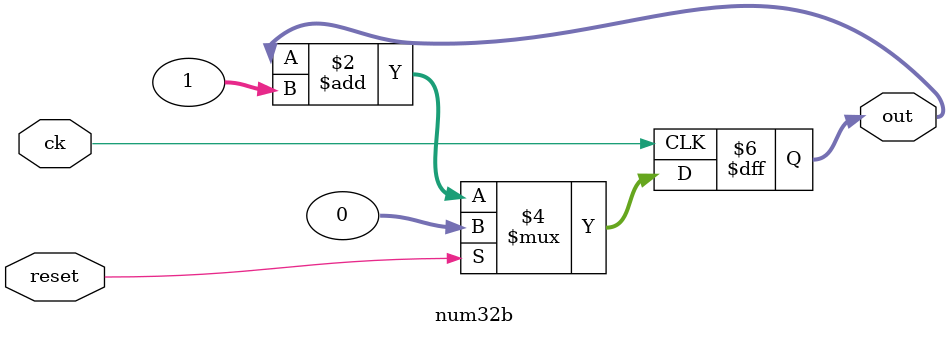
<source format=sv>
`timescale 1ns / 1ps


module num32b(
    input logic ck, reset,
    output logic [31:0] out
    
    );
    
    always@(posedge ck)
        if(reset) out <= 0;
        else out <= out + 1;
    
endmodule

</source>
